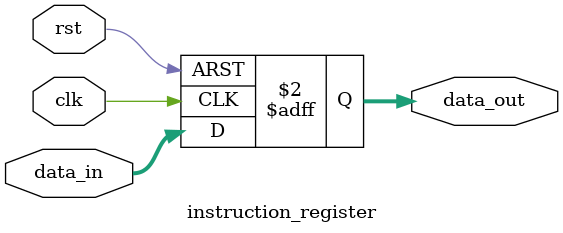
<source format=sv>
`timescale 1ns / 1ps

module instruction_register(data_out,data_in,clk,rst);
input logic clk,rst;
input logic [11:0] data_in;
output logic [11:0] data_out;

always_ff@(posedge clk or posedge rst)
begin
    if(rst)
        data_out <= 0;
    else
        data_out <= data_in;
end

endmodule

</source>
